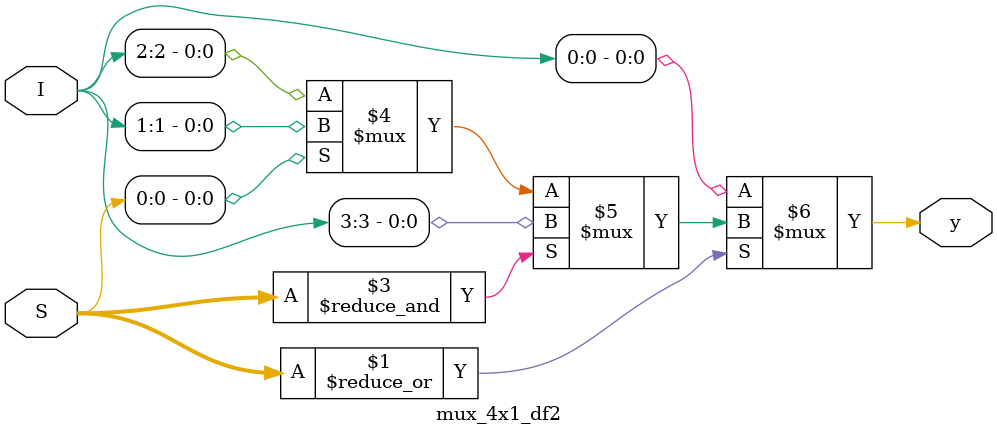
<source format=v>
module mux_4x1_df2(y,I,S);
  input [3:0] I;
  input [1:0] S;
  output y;

  assign y = ~|S ? I[0] : ( &S ? I[3] : ( S[0] ? I[1] : I[2]));
  //assign y = (s==2'b00) ? I[0] :
    //(S==2'b01) ? I[1] :
    //(s==2'b10) ? I[2] :
  //I[3];   use any of the logic
endmodule

</source>
